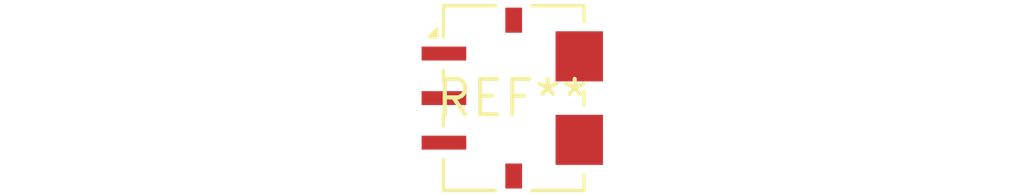
<source format=kicad_pcb>
(kicad_pcb (version 20240108) (generator pcbnew)
  (layers (0 "F.Cu" signal) (31 "B.Cu" signal) (34 "B.Paste" user) (35 "F.Paste" user) (36 "B.SilkS" user "B.Silkscreen") (37 "F.SilkS" user "F.Silkscreen") (38 "B.Mask" user) (39 "F.Mask" user) (44 "Edge.Cuts" user))
  (net 0 "")
  (footprint "Allegro_PSOF-7_4.8x6.4mm_P1.60mm" (layer "F.Cu") (at 0 0)
    (property "Reference" "REF**")
    (property "Value" "Allegro_PSOF-7_4.8x6.4mm_P1.60mm")
    (fp_line (start -2.47 -3.32) (end -2.47 -2.2) (layer "F.SilkS") (stroke (width 0.12)))
    (fp_line (start -2.47 -0.6) (end -2.47 -1) (layer "F.SilkS") (stroke (width 0.12)))
    (fp_line (start -2.47 0.6) (end -2.47 1) (layer "F.SilkS") (stroke (width 0.12)))
    (fp_line (start -2.47 3.32) (end -2.47 2.2) (layer "F.SilkS") (stroke (width 0.12)))
    (fp_line (start -0.6 -3.32) (end -2.47 -3.32) (layer "F.SilkS") (stroke (width 0.12)))
    (fp_line (start -0.6 3.32) (end -2.47 3.32) (layer "F.SilkS") (stroke (width 0.12)))
    (fp_line (start 2.57 -3.32) (end 0.7 -3.32) (layer "F.SilkS") (stroke (width 0.12)))
    (fp_line (start 2.57 -3.32) (end 2.57 -2.75) (layer "F.SilkS") (stroke (width 0.12)))
    (fp_line (start 2.57 0.25) (end 2.57 -0.25) (layer "F.SilkS") (stroke (width 0.12)))
    (fp_line (start 2.57 3.32) (end 0.7 3.32) (layer "F.SilkS") (stroke (width 0.12)))
    (fp_line (start 2.57 3.32) (end 2.57 2.75) (layer "F.SilkS") (stroke (width 0.12)))
    (fp_poly (pts (xy -2.7 -2.2) (xy -2.98 -2.2) (xy -2.7 -2.48) (xy -2.7 -2.2)) (layer "F.SilkS") (stroke (width 0.12)) (fill solid))
    (pad "1" smd rect (at -2.45 -1.6) (size 1.6 0.5) (layers "F.Cu" "F.Paste" "F.Mask"))
    (pad "2" smd rect (at -2.45 0) (size 1.6 0.5) (layers "F.Cu" "F.Paste" "F.Mask"))
    (pad "3" smd rect (at -2.45 1.6) (size 1.6 0.5) (layers "F.Cu" "F.Paste" "F.Mask"))
    (pad "4" smd rect (at 0.05 2.8) (size 0.6 0.9) (layers "F.Cu" "F.Paste" "F.Mask"))
    (pad "5" smd rect (at 2.4 1.5) (size 1.7 1.8) (layers "F.Cu" "F.Paste" "F.Mask"))
    (pad "6" smd rect (at 2.4 -1.5) (size 1.7 1.8) (layers "F.Cu" "F.Paste" "F.Mask"))
    (pad "7" smd rect (at 0.05 -2.8) (size 0.6 0.9) (layers "F.Cu" "F.Paste" "F.Mask"))
  )
)
</source>
